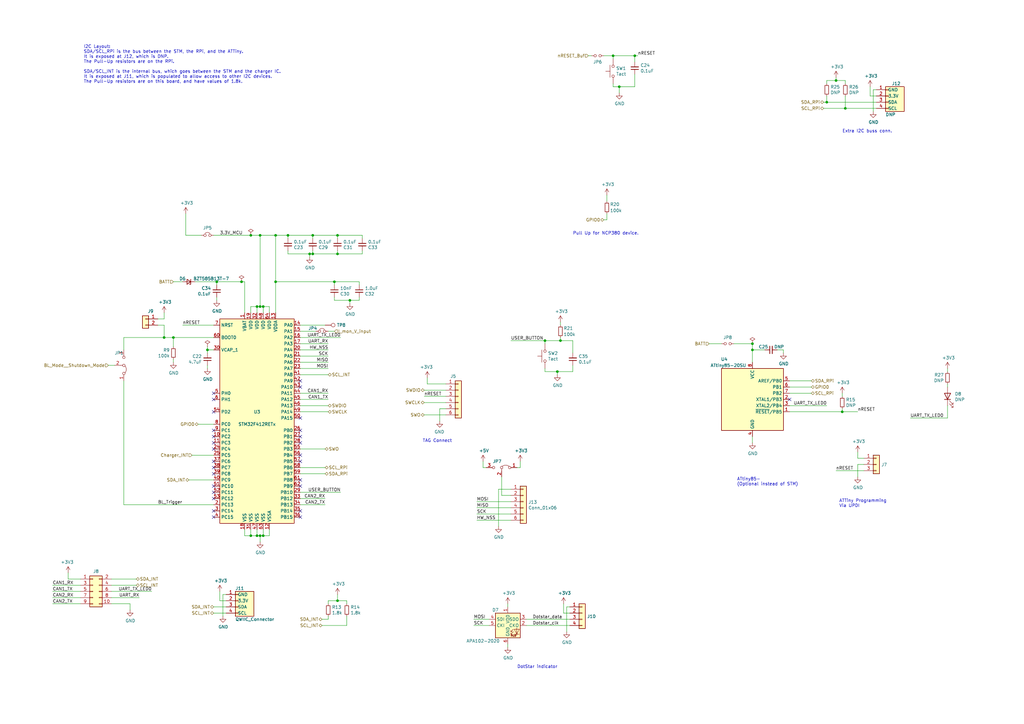
<source format=kicad_sch>
(kicad_sch (version 20210126) (generator eeschema)
  (paper "A3")
  (title_block (title "SuperPower-Leto") (date "2021-01-28") (rev "0.1") (company "SuperPower Team") (comment 1 "Drawn By: Seth Kazarians"))
  (junction (at 67.31 138.43) (diameter 0.9144))
  (junction (at 71.12 138.43) (diameter 0.9144))
  (junction (at 85.09 143.51) (diameter 0.9144))
  (junction (at 88.9 115.57) (diameter 0.9144))
  (junction (at 99.06 115.57) (diameter 0.9144))
  (junction (at 102.87 96.52) (diameter 0.9144))
  (junction (at 102.87 219.71) (diameter 0.9144))
  (junction (at 105.41 125.73) (diameter 0.9144))
  (junction (at 105.41 219.71) (diameter 0.9144))
  (junction (at 106.68 96.52) (diameter 0.9144))
  (junction (at 106.68 125.73) (diameter 0.9144))
  (junction (at 106.68 219.71) (diameter 0.9144))
  (junction (at 107.95 125.73) (diameter 0.9144))
  (junction (at 107.95 219.71) (diameter 0.9144))
  (junction (at 113.03 96.52) (diameter 0.9144))
  (junction (at 113.03 115.57) (diameter 0.9144))
  (junction (at 118.11 96.52) (diameter 0.9144))
  (junction (at 127 104.14) (diameter 0.9144))
  (junction (at 128.27 96.52) (diameter 0.9144))
  (junction (at 128.27 104.14) (diameter 0.9144))
  (junction (at 137.16 115.57) (diameter 0.9144))
  (junction (at 138.43 96.52) (diameter 0.9144))
  (junction (at 138.43 104.14) (diameter 0.9144))
  (junction (at 138.43 246.38) (diameter 0.9144))
  (junction (at 143.51 123.19) (diameter 0.9144))
  (junction (at 223.52 139.7) (diameter 0.9144))
  (junction (at 228.6 152.4) (diameter 0.9144))
  (junction (at 229.87 139.7) (diameter 0.9144))
  (junction (at 251.46 22.86) (diameter 0.9144))
  (junction (at 254 35.56) (diameter 0.9144))
  (junction (at 260.35 22.86) (diameter 0.9144))
  (junction (at 308.61 140.97) (diameter 0.9144))
  (junction (at 308.61 143.51) (diameter 0.9144))
  (junction (at 339.09 41.91) (diameter 0.9144))
  (junction (at 342.9 33.02) (diameter 0.9144))
  (junction (at 345.44 168.91) (diameter 0.9144))
  (junction (at 346.71 44.45) (diameter 0.9144))
  (no_connect (at 87.63 161.29))
  (no_connect (at 87.63 163.83))
  (no_connect (at 87.63 168.91))
  (no_connect (at 87.63 176.53))
  (no_connect (at 87.63 179.07))
  (no_connect (at 87.63 181.61))
  (no_connect (at 87.63 184.15))
  (no_connect (at 87.63 189.23))
  (no_connect (at 87.63 191.77))
  (no_connect (at 87.63 194.31))
  (no_connect (at 87.63 199.39))
  (no_connect (at 87.63 201.93))
  (no_connect (at 87.63 204.47))
  (no_connect (at 87.63 209.55))
  (no_connect (at 87.63 212.09))
  (no_connect (at 123.19 156.21))
  (no_connect (at 123.19 158.75))
  (no_connect (at 123.19 171.45))
  (no_connect (at 123.19 176.53))
  (no_connect (at 123.19 179.07))
  (no_connect (at 123.19 181.61))
  (no_connect (at 123.19 186.69))
  (no_connect (at 123.19 189.23))
  (no_connect (at 123.19 196.85))
  (no_connect (at 123.19 199.39))
  (no_connect (at 123.19 209.55))
  (no_connect (at 123.19 212.09))
  (no_connect (at 323.85 163.83))
  (wire (pts (xy 21.59 240.03) (xy 33.02 240.03)))
  (wire (pts (xy 21.59 245.11) (xy 33.02 245.11)))
  (wire (pts (xy 21.59 247.65) (xy 33.02 247.65)))
  (wire (pts (xy 27.94 234.95) (xy 27.94 237.49)))
  (wire (pts (xy 27.94 237.49) (xy 33.02 237.49)))
  (wire (pts (xy 33.02 242.57) (xy 21.59 242.57)))
  (wire (pts (xy 45.72 240.03) (xy 55.88 240.03)))
  (wire (pts (xy 45.72 242.57) (xy 62.23 242.57)))
  (wire (pts (xy 45.72 245.11) (xy 57.15 245.11)))
  (wire (pts (xy 46.99 149.86) (xy 44.45 149.86)))
  (wire (pts (xy 50.8 138.43) (xy 67.31 138.43)))
  (wire (pts (xy 50.8 143.51) (xy 50.8 138.43)))
  (wire (pts (xy 50.8 207.01) (xy 50.8 156.21)))
  (wire (pts (xy 50.8 207.01) (xy 87.63 207.01)))
  (wire (pts (xy 53.34 247.65) (xy 45.72 247.65)))
  (wire (pts (xy 53.34 250.19) (xy 53.34 247.65)))
  (wire (pts (xy 55.88 237.49) (xy 45.72 237.49)))
  (wire (pts (xy 64.77 130.81) (xy 67.31 130.81)))
  (wire (pts (xy 64.77 133.35) (xy 67.31 133.35)))
  (wire (pts (xy 67.31 130.81) (xy 67.31 128.27)))
  (wire (pts (xy 67.31 133.35) (xy 67.31 138.43)))
  (wire (pts (xy 67.31 138.43) (xy 71.12 138.43)))
  (wire (pts (xy 71.12 115.57) (xy 74.93 115.57)))
  (wire (pts (xy 71.12 138.43) (xy 87.63 138.43)))
  (wire (pts (xy 71.12 142.24) (xy 71.12 138.43)))
  (wire (pts (xy 71.12 148.59) (xy 71.12 147.32)))
  (wire (pts (xy 76.2 96.52) (xy 76.2 87.63)))
  (wire (pts (xy 77.47 196.85) (xy 87.63 196.85)))
  (wire (pts (xy 78.74 186.69) (xy 87.63 186.69)))
  (wire (pts (xy 80.01 115.57) (xy 88.9 115.57)))
  (wire (pts (xy 81.28 173.99) (xy 87.63 173.99)))
  (wire (pts (xy 82.55 96.52) (xy 76.2 96.52)))
  (wire (pts (xy 85.09 142.24) (xy 85.09 143.51)))
  (wire (pts (xy 85.09 143.51) (xy 87.63 143.51)))
  (wire (pts (xy 85.09 144.78) (xy 85.09 143.51)))
  (wire (pts (xy 85.09 151.13) (xy 85.09 149.86)))
  (wire (pts (xy 87.63 96.52) (xy 102.87 96.52)))
  (wire (pts (xy 87.63 133.35) (xy 74.93 133.35)))
  (wire (pts (xy 87.63 248.92) (xy 92.71 248.92)))
  (wire (pts (xy 88.9 115.57) (xy 88.9 116.84)))
  (wire (pts (xy 88.9 123.19) (xy 88.9 121.92)))
  (wire (pts (xy 90.17 242.57) (xy 90.17 246.38)))
  (wire (pts (xy 90.17 246.38) (xy 92.71 246.38)))
  (wire (pts (xy 91.44 243.84) (xy 92.71 243.84)))
  (wire (pts (xy 91.44 252.73) (xy 91.44 243.84)))
  (wire (pts (xy 92.71 251.46) (xy 87.63 251.46)))
  (wire (pts (xy 99.06 115.57) (xy 88.9 115.57)))
  (wire (pts (xy 100.33 115.57) (xy 99.06 115.57)))
  (wire (pts (xy 100.33 115.57) (xy 100.33 128.27)))
  (wire (pts (xy 100.33 219.71) (xy 100.33 217.17)))
  (wire (pts (xy 102.87 96.52) (xy 106.68 96.52)))
  (wire (pts (xy 102.87 125.73) (xy 105.41 125.73)))
  (wire (pts (xy 102.87 128.27) (xy 102.87 125.73)))
  (wire (pts (xy 102.87 217.17) (xy 102.87 219.71)))
  (wire (pts (xy 102.87 219.71) (xy 100.33 219.71)))
  (wire (pts (xy 105.41 125.73) (xy 106.68 125.73)))
  (wire (pts (xy 105.41 128.27) (xy 105.41 125.73)))
  (wire (pts (xy 105.41 219.71) (xy 102.87 219.71)))
  (wire (pts (xy 105.41 219.71) (xy 105.41 217.17)))
  (wire (pts (xy 106.68 96.52) (xy 106.68 125.73)))
  (wire (pts (xy 106.68 96.52) (xy 113.03 96.52)))
  (wire (pts (xy 106.68 125.73) (xy 107.95 125.73)))
  (wire (pts (xy 106.68 219.71) (xy 105.41 219.71)))
  (wire (pts (xy 106.68 222.25) (xy 106.68 219.71)))
  (wire (pts (xy 107.95 125.73) (xy 110.49 125.73)))
  (wire (pts (xy 107.95 128.27) (xy 107.95 125.73)))
  (wire (pts (xy 107.95 217.17) (xy 107.95 219.71)))
  (wire (pts (xy 107.95 219.71) (xy 106.68 219.71)))
  (wire (pts (xy 110.49 125.73) (xy 110.49 128.27)))
  (wire (pts (xy 110.49 217.17) (xy 110.49 219.71)))
  (wire (pts (xy 110.49 219.71) (xy 107.95 219.71)))
  (wire (pts (xy 113.03 96.52) (xy 113.03 115.57)))
  (wire (pts (xy 113.03 96.52) (xy 118.11 96.52)))
  (wire (pts (xy 113.03 115.57) (xy 113.03 128.27)))
  (wire (pts (xy 113.03 115.57) (xy 137.16 115.57)))
  (wire (pts (xy 118.11 96.52) (xy 118.11 97.79)))
  (wire (pts (xy 118.11 102.87) (xy 118.11 104.14)))
  (wire (pts (xy 118.11 104.14) (xy 127 104.14)))
  (wire (pts (xy 123.19 138.43) (xy 139.7 138.43)))
  (wire (pts (xy 123.19 140.97) (xy 134.62 140.97)))
  (wire (pts (xy 123.19 143.51) (xy 134.62 143.51)))
  (wire (pts (xy 123.19 146.05) (xy 134.62 146.05)))
  (wire (pts (xy 123.19 151.13) (xy 134.62 151.13)))
  (wire (pts (xy 123.19 153.67) (xy 134.62 153.67)))
  (wire (pts (xy 123.19 163.83) (xy 134.62 163.83)))
  (wire (pts (xy 123.19 166.37) (xy 134.62 166.37)))
  (wire (pts (xy 123.19 184.15) (xy 133.35 184.15)))
  (wire (pts (xy 123.19 194.31) (xy 133.35 194.31)))
  (wire (pts (xy 123.19 201.93) (xy 139.7 201.93)))
  (wire (pts (xy 127 104.14) (xy 128.27 104.14)))
  (wire (pts (xy 127 105.41) (xy 127 104.14)))
  (wire (pts (xy 128.27 96.52) (xy 118.11 96.52)))
  (wire (pts (xy 128.27 97.79) (xy 128.27 96.52)))
  (wire (pts (xy 128.27 104.14) (xy 128.27 102.87)))
  (wire (pts (xy 128.27 104.14) (xy 138.43 104.14)))
  (wire (pts (xy 129.54 135.89) (xy 123.19 135.89)))
  (wire (pts (xy 132.08 254) (xy 134.62 254)))
  (wire (pts (xy 132.08 256.54) (xy 142.24 256.54)))
  (wire (pts (xy 133.35 133.35) (xy 123.19 133.35)))
  (wire (pts (xy 133.35 191.77) (xy 123.19 191.77)))
  (wire (pts (xy 133.35 204.47) (xy 123.19 204.47)))
  (wire (pts (xy 133.35 207.01) (xy 123.19 207.01)))
  (wire (pts (xy 134.62 135.89) (xy 137.16 135.89)))
  (wire (pts (xy 134.62 148.59) (xy 123.19 148.59)))
  (wire (pts (xy 134.62 161.29) (xy 123.19 161.29)))
  (wire (pts (xy 134.62 168.91) (xy 123.19 168.91)))
  (wire (pts (xy 134.62 246.38) (xy 138.43 246.38)))
  (wire (pts (xy 134.62 247.65) (xy 134.62 246.38)))
  (wire (pts (xy 134.62 254) (xy 134.62 252.73)))
  (wire (pts (xy 137.16 115.57) (xy 147.32 115.57)))
  (wire (pts (xy 137.16 116.84) (xy 137.16 115.57)))
  (wire (pts (xy 137.16 121.92) (xy 137.16 123.19)))
  (wire (pts (xy 137.16 123.19) (xy 143.51 123.19)))
  (wire (pts (xy 138.43 96.52) (xy 128.27 96.52)))
  (wire (pts (xy 138.43 97.79) (xy 138.43 96.52)))
  (wire (pts (xy 138.43 104.14) (xy 138.43 102.87)))
  (wire (pts (xy 138.43 104.14) (xy 148.59 104.14)))
  (wire (pts (xy 138.43 246.38) (xy 138.43 243.84)))
  (wire (pts (xy 138.43 246.38) (xy 142.24 246.38)))
  (wire (pts (xy 142.24 246.38) (xy 142.24 247.65)))
  (wire (pts (xy 142.24 252.73) (xy 142.24 256.54)))
  (wire (pts (xy 143.51 123.19) (xy 147.32 123.19)))
  (wire (pts (xy 143.51 124.46) (xy 143.51 123.19)))
  (wire (pts (xy 147.32 115.57) (xy 147.32 116.84)))
  (wire (pts (xy 147.32 123.19) (xy 147.32 121.92)))
  (wire (pts (xy 148.59 96.52) (xy 138.43 96.52)))
  (wire (pts (xy 148.59 97.79) (xy 148.59 96.52)))
  (wire (pts (xy 148.59 104.14) (xy 148.59 102.87)))
  (wire (pts (xy 173.99 165.1) (xy 182.88 165.1)))
  (wire (pts (xy 173.99 170.18) (xy 182.88 170.18)))
  (wire (pts (xy 175.26 157.48) (xy 175.26 154.94)))
  (wire (pts (xy 180.34 167.64) (xy 180.34 172.72)))
  (wire (pts (xy 182.88 157.48) (xy 175.26 157.48)))
  (wire (pts (xy 182.88 160.02) (xy 173.99 160.02)))
  (wire (pts (xy 182.88 162.56) (xy 173.99 162.56)))
  (wire (pts (xy 182.88 167.64) (xy 180.34 167.64)))
  (wire (pts (xy 194.31 254) (xy 200.66 254)))
  (wire (pts (xy 194.31 256.54) (xy 200.66 256.54)))
  (wire (pts (xy 195.58 205.74) (xy 209.55 205.74)))
  (wire (pts (xy 195.58 208.28) (xy 209.55 208.28)))
  (wire (pts (xy 198.12 189.23) (xy 198.12 191.77)))
  (wire (pts (xy 198.12 191.77) (xy 199.39 191.77)))
  (wire (pts (xy 204.47 200.66) (xy 209.55 200.66)))
  (wire (pts (xy 204.47 215.9) (xy 204.47 200.66)))
  (wire (pts (xy 205.74 195.58) (xy 205.74 203.2)))
  (wire (pts (xy 205.74 203.2) (xy 209.55 203.2)))
  (wire (pts (xy 208.28 247.65) (xy 208.28 248.92)))
  (wire (pts (xy 208.28 265.43) (xy 208.28 264.16)))
  (wire (pts (xy 209.55 139.7) (xy 223.52 139.7)))
  (wire (pts (xy 209.55 210.82) (xy 195.58 210.82)))
  (wire (pts (xy 209.55 213.36) (xy 195.58 213.36)))
  (wire (pts (xy 212.09 191.77) (xy 213.36 191.77)))
  (wire (pts (xy 213.36 191.77) (xy 213.36 189.23)))
  (wire (pts (xy 215.9 254) (xy 233.68 254)))
  (wire (pts (xy 223.52 139.7) (xy 229.87 139.7)))
  (wire (pts (xy 223.52 140.97) (xy 223.52 139.7)))
  (wire (pts (xy 223.52 152.4) (xy 223.52 151.13)))
  (wire (pts (xy 228.6 152.4) (xy 223.52 152.4)))
  (wire (pts (xy 228.6 152.4) (xy 234.95 152.4)))
  (wire (pts (xy 228.6 153.67) (xy 228.6 152.4)))
  (wire (pts (xy 229.87 132.08) (xy 229.87 133.35)))
  (wire (pts (xy 229.87 138.43) (xy 229.87 139.7)))
  (wire (pts (xy 229.87 139.7) (xy 234.95 139.7)))
  (wire (pts (xy 231.14 251.46) (xy 231.14 247.65)))
  (wire (pts (xy 232.41 248.92) (xy 233.68 248.92)))
  (wire (pts (xy 232.41 259.08) (xy 232.41 248.92)))
  (wire (pts (xy 233.68 251.46) (xy 231.14 251.46)))
  (wire (pts (xy 233.68 256.54) (xy 215.9 256.54)))
  (wire (pts (xy 234.95 139.7) (xy 234.95 144.78)))
  (wire (pts (xy 234.95 152.4) (xy 234.95 149.86)))
  (wire (pts (xy 241.3 22.86) (xy 242.57 22.86)))
  (wire (pts (xy 247.65 22.86) (xy 251.46 22.86)))
  (wire (pts (xy 247.65 90.17) (xy 248.92 90.17)))
  (wire (pts (xy 248.92 82.55) (xy 248.92 80.01)))
  (wire (pts (xy 248.92 90.17) (xy 248.92 87.63)))
  (wire (pts (xy 251.46 22.86) (xy 251.46 24.13)))
  (wire (pts (xy 251.46 35.56) (xy 251.46 34.29)))
  (wire (pts (xy 254 35.56) (xy 251.46 35.56)))
  (wire (pts (xy 254 35.56) (xy 260.35 35.56)))
  (wire (pts (xy 254 38.1) (xy 254 35.56)))
  (wire (pts (xy 260.35 22.86) (xy 251.46 22.86)))
  (wire (pts (xy 260.35 25.4) (xy 260.35 22.86)))
  (wire (pts (xy 260.35 35.56) (xy 260.35 30.48)))
  (wire (pts (xy 261.62 22.86) (xy 260.35 22.86)))
  (wire (pts (xy 295.91 140.97) (xy 290.83 140.97)))
  (wire (pts (xy 300.99 140.97) (xy 308.61 140.97)))
  (wire (pts (xy 308.61 140.97) (xy 308.61 143.51)))
  (wire (pts (xy 308.61 143.51) (xy 308.61 148.59)))
  (wire (pts (xy 308.61 179.07) (xy 308.61 181.61)))
  (wire (pts (xy 313.69 143.51) (xy 308.61 143.51)))
  (wire (pts (xy 321.31 143.51) (xy 318.77 143.51)))
  (wire (pts (xy 321.31 144.78) (xy 321.31 143.51)))
  (wire (pts (xy 323.85 166.37) (xy 339.09 166.37)))
  (wire (pts (xy 323.85 168.91) (xy 345.44 168.91)))
  (wire (pts (xy 332.74 156.21) (xy 323.85 156.21)))
  (wire (pts (xy 332.74 158.75) (xy 323.85 158.75)))
  (wire (pts (xy 332.74 161.29) (xy 323.85 161.29)))
  (wire (pts (xy 337.82 44.45) (xy 346.71 44.45)))
  (wire (pts (xy 339.09 33.02) (xy 342.9 33.02)))
  (wire (pts (xy 339.09 34.29) (xy 339.09 33.02)))
  (wire (pts (xy 339.09 39.37) (xy 339.09 41.91)))
  (wire (pts (xy 339.09 41.91) (xy 337.82 41.91)))
  (wire (pts (xy 342.9 33.02) (xy 342.9 31.75)))
  (wire (pts (xy 342.9 33.02) (xy 346.71 33.02)))
  (wire (pts (xy 345.44 162.56) (xy 345.44 161.29)))
  (wire (pts (xy 345.44 168.91) (xy 345.44 167.64)))
  (wire (pts (xy 345.44 168.91) (xy 351.79 168.91)))
  (wire (pts (xy 346.71 33.02) (xy 346.71 34.29)))
  (wire (pts (xy 346.71 39.37) (xy 346.71 44.45)))
  (wire (pts (xy 346.71 44.45) (xy 359.41 44.45)))
  (wire (pts (xy 351.79 187.96) (xy 351.79 185.42)))
  (wire (pts (xy 351.79 190.5) (xy 354.33 190.5)))
  (wire (pts (xy 351.79 195.58) (xy 351.79 190.5)))
  (wire (pts (xy 354.33 187.96) (xy 351.79 187.96)))
  (wire (pts (xy 354.33 193.04) (xy 342.9 193.04)))
  (wire (pts (xy 356.87 35.56) (xy 356.87 39.37)))
  (wire (pts (xy 356.87 39.37) (xy 359.41 39.37)))
  (wire (pts (xy 358.14 36.83) (xy 359.41 36.83)))
  (wire (pts (xy 358.14 45.72) (xy 358.14 36.83)))
  (wire (pts (xy 359.41 41.91) (xy 339.09 41.91)))
  (wire (pts (xy 373.38 171.45) (xy 388.62 171.45)))
  (wire (pts (xy 388.62 152.4) (xy 388.62 151.13)))
  (wire (pts (xy 388.62 158.75) (xy 388.62 157.48)))
  (wire (pts (xy 388.62 171.45) (xy 388.62 166.37)))
  (text "I2C Layout:\nSDA/SCL_RPi is the bus between the STM, the RPi, and the ATTiny.  \nIt is exposed at J12, which is DNP.\nThe Pull-Up resistors are on the RPi.\n\nSDA/SCL_INT is the internal bus, which goes between the STM and the charger IC.\nIt is exposed at J11, which is populated to allow access to other I2C devices.\nThe Pull-Up resistors are on this board, and have values of 1.8k." (at 34.29 34.29 0) (effects (font (size 1.27 1.27)) (justify left bottom)))
  (text "TAG Connect" (at 185.42 181.61 180) (effects (font (size 1.27 1.27)) (justify right bottom)))
  (text "DotStar indicator" (at 212.09 274.32 0) (effects (font (size 1.27 1.27)) (justify left bottom)))
  (text "Pull Up for NCP380 device." (at 234.95 96.52 0) (effects (font (size 1.27 1.27)) (justify left bottom)))
  (text "ATtiny85-\n(Optional instead of STM)" (at 302.26 199.39 0) (effects (font (size 1.27 1.27)) (justify left bottom)))
  (text "ATTiny Programming\nVia UPDI" (at 344.17 208.28 0) (effects (font (size 1.27 1.27)) (justify left bottom)))
  (text "Extra I2C buss conn." (at 345.44 54.61 0) (effects (font (size 1.27 1.27)) (justify left bottom)))
  (label "CAN1_RX" (at 21.59 240.03 0))
  (label "CAN1_TX" (at 21.59 242.57 0))
  (label "CAN2_RX" (at 21.59 245.11 0))
  (label "CAN2_TX" (at 21.59 247.65 0))
  (label "UART_RX" (at 57.15 245.11 180))
  (label "UART_TX_LED0" (at 62.23 242.57 180))
  (label "BL_Trigger" (at 64.77 207.01 0))
  (label "nRESET" (at 74.93 133.35 0))
  (label "3.3V_MCU" (at 90.17 96.52 0))
  (label "CAN2_RX" (at 133.35 204.47 180))
  (label "CAN2_TX" (at 133.35 207.01 180))
  (label "UART_RX" (at 134.62 140.97 180))
  (label "HW_NSS" (at 134.62 143.51 180))
  (label "SCK" (at 134.62 146.05 180))
  (label "MISO" (at 134.62 148.59 180))
  (label "MOSI" (at 134.62 151.13 180))
  (label "CAN1_RX" (at 134.62 161.29 180))
  (label "CAN1_TX" (at 134.62 163.83 180))
  (label "UART_TX_LED0" (at 139.7 138.43 180))
  (label "USER_BUTTON" (at 139.7 201.93 180))
  (label "nRESET" (at 173.99 162.56 0))
  (label "MOSI" (at 194.31 254 0))
  (label "SCK" (at 194.31 256.54 0))
  (label "MOSI" (at 195.58 205.74 0))
  (label "MISO" (at 195.58 208.28 0))
  (label "SCK" (at 195.58 210.82 0))
  (label "HW_NSS" (at 195.58 213.36 0))
  (label "USER_BUTTON" (at 209.55 139.7 0))
  (label "Dotstar_data" (at 218.44 254 0))
  (label "Dotstar_clk" (at 218.44 256.54 0))
  (label "nRESET" (at 261.62 22.86 0))
  (label "UART_TX_LED0" (at 339.09 166.37 180))
  (label "nRESET" (at 342.9 193.04 0))
  (label "nRESET" (at 351.79 168.91 0))
  (label "UART_TX_LED0" (at 373.38 171.45 0))
  (hierarchical_label "BL_Mode__Shutdown_Mode" (shape input) (at 44.45 149.86 180))
  (hierarchical_label "SDA_INT" (shape bidirectional) (at 55.88 237.49 0))
  (hierarchical_label "SCL_INT" (shape bidirectional) (at 55.88 240.03 0))
  (hierarchical_label "BATT" (shape input) (at 71.12 115.57 180))
  (hierarchical_label "SDA_INT" (shape bidirectional) (at 77.47 196.85 180))
  (hierarchical_label "Charger_INT" (shape input) (at 78.74 186.69 180))
  (hierarchical_label "GPIO0" (shape bidirectional) (at 81.28 173.99 180))
  (hierarchical_label "SDA_INT" (shape bidirectional) (at 87.63 248.92 180))
  (hierarchical_label "SCL_INT" (shape bidirectional) (at 87.63 251.46 180))
  (hierarchical_label "SDA_INT" (shape bidirectional) (at 132.08 254 180))
  (hierarchical_label "SCL_INT" (shape bidirectional) (at 132.08 256.54 180))
  (hierarchical_label "SWO" (shape bidirectional) (at 133.35 184.15 0))
  (hierarchical_label "SCL_RPi" (shape bidirectional) (at 133.35 191.77 0))
  (hierarchical_label "SDA_RPi" (shape bidirectional) (at 133.35 194.31 0))
  (hierarchical_label "SCL_INT" (shape bidirectional) (at 134.62 153.67 0))
  (hierarchical_label "SWDIO" (shape bidirectional) (at 134.62 166.37 0))
  (hierarchical_label "SWCLK" (shape bidirectional) (at 134.62 168.91 0))
  (hierarchical_label "I_mon_V_input" (shape input) (at 137.16 135.89 0))
  (hierarchical_label "SWDIO" (shape bidirectional) (at 173.99 160.02 180))
  (hierarchical_label "SWCLK" (shape bidirectional) (at 173.99 165.1 180))
  (hierarchical_label "SWO" (shape bidirectional) (at 173.99 170.18 180))
  (hierarchical_label "nRESET_Buf" (shape input) (at 241.3 22.86 180))
  (hierarchical_label "GPIO0" (shape bidirectional) (at 247.65 90.17 180))
  (hierarchical_label "BATT" (shape input) (at 290.83 140.97 180))
  (hierarchical_label "SDA_RPi" (shape bidirectional) (at 332.74 156.21 0))
  (hierarchical_label "GPIO0" (shape bidirectional) (at 332.74 158.75 0))
  (hierarchical_label "SCL_RPi" (shape bidirectional) (at 332.74 161.29 0))
  (hierarchical_label "SDA_RPi" (shape bidirectional) (at 337.82 41.91 180))
  (hierarchical_label "SCL_RPi" (shape bidirectional) (at 337.82 44.45 180))
  (symbol (lib_id "power:PWR_FLAG") (at 85.09 142.24 0) (unit 1)
    (property "Reference" "#FLG0108" (effects hide))
    (property "Value" "PWR_FLAG" (effects hide))
  )
  (symbol (lib_id "power:PWR_FLAG") (at 99.06 115.57 0) (unit 1)
    (property "Reference" "#FLG0103" (effects hide))
    (property "Value" "PWR_FLAG" (effects hide))
  )
  (symbol (lib_id "power:PWR_FLAG") (at 102.87 96.52 0) (unit 1)
    (property "Reference" "#FLG0107" (effects hide))
    (property "Value" "PWR_FLAG" (effects hide))
  )
  (symbol (lib_id "power:PWR_FLAG") (at 308.61 140.97 0) (unit 1)
    (property "Reference" "#FLG0110" (effects hide))
    (property "Value" "PWR_FLAG" (effects hide))
  )
  (symbol (lib_id "Device:Jumper_NO_Small") (at 245.11 22.86 0)
    (property "Reference" "JP6" (at 245.11 25.4 0))
    (property "Value" "Jumper_NO_Small" (effects hide))
    (property "Footprint" "Jumper:SolderJumper-2_P1.3mm_Open_Pad1.0x1.5mm" (effects hide))
    (property "Mfg" "DNP" (effects hide))
  )
  (symbol (lib_id "Device:Jumper_NO_Small") (at 298.45 140.97 0) (mirror y)
    (property "Reference" "JP8" (at 298.45 138.43 0))
    (property "Value" "Jumper_NO_Small" (effects hide))
    (property "Footprint" "Jumper:SolderJumper-2_P1.3mm_Open_Pad1.0x1.5mm" (effects hide))
    (property "Mfg" "DNP" (effects hide))
  )
  (symbol (lib_id "Connector:TestPoint") (at 133.35 133.35 270)
    (property "Reference" "TP8" (at 138.1252 133.35 90) (effects (justify left)))
    (property "Value" "DNP" (effects hide))
    (property "Footprint" "TestPoint:TestPoint_Pad_1.0x1.0mm" (effects hide))
    (property "Mfg" "DNP" (effects hide))
  )
  (symbol (lib_id "power:+3.3V") (at 27.94 234.95 0) (mirror y) (unit 1)
    (property "Reference" "#PWR0112" (effects hide))
    (property "Value" "+3.3V" (at 27.559 230.5558 0))
  )
  (symbol (lib_id "power:+3.3V") (at 67.31 128.27 0) (unit 1)
    (property "Reference" "#PWR036" (effects hide))
    (property "Value" "+3.3V" (at 67.691 123.8758 0))
  )
  (symbol (lib_id "power:+3.3V") (at 76.2 87.63 0) (unit 1)
    (property "Reference" "#PWR022" (effects hide))
    (property "Value" "+3.3V" (at 76.581 83.2358 0))
  )
  (symbol (lib_id "power:+3.3V") (at 90.17 242.57 0) (unit 1)
    (property "Reference" "#PWR044" (effects hide))
    (property "Value" "+3.3V" (at 90.551 238.1758 0))
  )
  (symbol (lib_id "power:+3.3V") (at 138.43 243.84 0) (unit 1)
    (property "Reference" "#PWR017" (effects hide))
    (property "Value" "+3.3V" (at 138.811 239.4458 0))
  )
  (symbol (lib_id "power:+3.3V") (at 175.26 154.94 0) (mirror y) (unit 1)
    (property "Reference" "#PWR019" (effects hide))
    (property "Value" "+3.3V" (at 174.879 150.5458 0))
  )
  (symbol (lib_id "power:+5V") (at 198.12 189.23 0) (unit 1)
    (property "Reference" "#PWR049" (effects hide))
    (property "Value" "+5V" (at 198.501 184.8358 0))
  )
  (symbol (lib_id "power:+3.3V") (at 208.28 247.65 0) (unit 1)
    (property "Reference" "#PWR040" (effects hide))
    (property "Value" "+3.3V" (at 208.661 243.2558 0))
  )
  (symbol (lib_id "power:+3.3V") (at 213.36 189.23 0) (unit 1)
    (property "Reference" "#PWR038" (effects hide))
    (property "Value" "+3.3V" (at 213.741 184.8358 0))
  )
  (symbol (lib_id "power:+3.3V") (at 229.87 132.08 0) (unit 1)
    (property "Reference" "#PWR051" (effects hide))
    (property "Value" "+3.3V" (at 230.251 127.6858 0))
  )
  (symbol (lib_id "power:+3.3V") (at 231.14 247.65 0) (unit 1)
    (property "Reference" "#PWR042" (effects hide))
    (property "Value" "+3.3V" (at 231.521 243.2558 0))
  )
  (symbol (lib_id "power:+3.3V") (at 248.92 80.01 0) (unit 1)
    (property "Reference" "#PWR0115" (effects hide))
    (property "Value" "+3.3V" (at 249.301 75.6158 0))
  )
  (symbol (lib_id "power:+3.3V") (at 342.9 31.75 0) (unit 1)
    (property "Reference" "#PWR0114" (effects hide))
    (property "Value" "+3.3V" (at 343.281 27.3558 0))
  )
  (symbol (lib_id "power:+3.3V") (at 345.44 161.29 0) (unit 1)
    (property "Reference" "#PWR027" (effects hide))
    (property "Value" "+3.3V" (at 345.821 156.8958 0))
  )
  (symbol (lib_id "power:+3.3V") (at 351.79 185.42 0) (unit 1)
    (property "Reference" "#PWR030" (effects hide))
    (property "Value" "+3.3V" (at 352.171 181.0258 0))
  )
  (symbol (lib_id "power:+3.3V") (at 356.87 35.56 0) (unit 1)
    (property "Reference" "#PWR046" (effects hide))
    (property "Value" "+3.3V" (at 357.251 31.1658 0))
  )
  (symbol (lib_id "power:+3.3V") (at 388.62 151.13 0) (unit 1)
    (property "Reference" "#PWR033" (effects hide))
    (property "Value" "+3.3V" (at 389.001 146.7358 0))
  )
  (symbol (lib_id "power:GND") (at 53.34 250.19 0) (unit 1)
    (property "Reference" "#PWR0111" (effects hide))
    (property "Value" "GND" (at 53.467 254.5842 0))
  )
  (symbol (lib_id "power:GND") (at 71.12 148.59 0) (unit 1)
    (property "Reference" "#PWR032" (effects hide))
    (property "Value" "GND" (at 71.247 152.9842 0))
  )
  (symbol (lib_id "power:GND") (at 85.09 151.13 0) (unit 1)
    (property "Reference" "#PWR021" (effects hide))
    (property "Value" "GND" (at 85.217 155.5242 0))
  )
  (symbol (lib_id "power:GND") (at 88.9 123.19 0) (unit 1)
    (property "Reference" "#PWR0113" (effects hide))
    (property "Value" "GND" (at 89.027 127.5842 0))
  )
  (symbol (lib_id "power:GND") (at 91.44 252.73 0) (unit 1)
    (property "Reference" "#PWR045" (effects hide))
    (property "Value" "GND" (at 91.567 257.1242 0))
  )
  (symbol (lib_id "power:GND") (at 106.68 222.25 0) (unit 1)
    (property "Reference" "#PWR023" (effects hide))
    (property "Value" "GND" (at 106.807 226.6442 0))
  )
  (symbol (lib_id "power:GND") (at 127 105.41 0) (unit 1)
    (property "Reference" "#PWR034" (effects hide))
    (property "Value" "GND" (at 127.127 109.8042 0))
  )
  (symbol (lib_id "power:GND") (at 143.51 124.46 0) (unit 1)
    (property "Reference" "#PWR035" (effects hide))
    (property "Value" "GND" (at 143.637 128.8542 0))
  )
  (symbol (lib_id "power:GND") (at 180.34 172.72 0) (mirror y) (unit 1)
    (property "Reference" "#PWR018" (effects hide))
    (property "Value" "GND" (at 180.213 177.1142 0))
  )
  (symbol (lib_id "power:GND") (at 204.47 215.9 0) (unit 1)
    (property "Reference" "#PWR037" (effects hide))
    (property "Value" "GND" (at 204.597 220.2942 0))
  )
  (symbol (lib_id "power:GND") (at 208.28 265.43 0) (unit 1)
    (property "Reference" "#PWR041" (effects hide))
    (property "Value" "GND" (at 208.407 269.8242 0))
  )
  (symbol (lib_id "power:GND") (at 228.6 153.67 0) (unit 1)
    (property "Reference" "#PWR025" (effects hide))
    (property "Value" "GND" (at 228.727 158.0642 0))
  )
  (symbol (lib_id "power:GND") (at 232.41 259.08 0) (unit 1)
    (property "Reference" "#PWR043" (effects hide))
    (property "Value" "GND" (at 232.537 263.4742 0))
  )
  (symbol (lib_id "power:GND") (at 254 38.1 0) (unit 1)
    (property "Reference" "#PWR024" (effects hide))
    (property "Value" "GND" (at 254.127 42.4942 0))
  )
  (symbol (lib_id "power:GND") (at 308.61 181.61 0) (unit 1)
    (property "Reference" "#PWR026" (effects hide))
    (property "Value" "GND" (at 308.737 186.0042 0))
  )
  (symbol (lib_id "power:GND") (at 321.31 144.78 0) (unit 1)
    (property "Reference" "#PWR029" (effects hide))
    (property "Value" "GND" (at 321.437 149.1742 0))
  )
  (symbol (lib_id "power:GND") (at 351.79 195.58 0) (unit 1)
    (property "Reference" "#PWR031" (effects hide))
    (property "Value" "GND" (at 351.917 199.9742 0))
  )
  (symbol (lib_id "power:GND") (at 358.14 45.72 0) (unit 1)
    (property "Reference" "#PWR047" (effects hide))
    (property "Value" "GND" (at 358.267 50.1142 0))
  )
  (symbol (lib_id "Device:Jumper_NC_Small") (at 85.09 96.52 0)
    (property "Reference" "JP5" (at 85.09 93.4466 0))
    (property "Value" "Jumper_NC_Small" (effects hide))
    (property "Footprint" "SuperPower-RPi-KiCAD:PinHeader_1x02_P2.54mm_Vertical_Shorted" (effects hide))
    (property "Mfg" "DNP" (effects hide))
  )
  (symbol (lib_id "Device:Jumper_NC_Small") (at 132.08 135.89 0)
    (property "Reference" "JP4" (at 128.27 134.62 0))
    (property "Value" "NC" (effects hide))
    (property "Footprint" "Jumper:SolderJumper-2_P1.3mm_Bridged_Pad1.0x1.5mm" (effects hide))
    (property "Mfg" "DNP" (effects hide))
  )
  (symbol (lib_id "Device:R_Small") (at 71.12 144.78 0) (mirror y) (unit 1)
    (property "Reference" "R9" (at 69.6214 143.6116 0) (effects (justify left)))
    (property "Value" "100k" (at 69.6214 145.923 0) (effects (justify left)))
    (property "Footprint" "Resistor_SMD:R_0402_1005Metric" (effects hide))
    (property "Digi-Key PN" "311-100KLRCT-ND" (effects hide))
    (property "Mfg" "Yageo" (effects hide))
    (property "Mfg PN" "RC0402FR-07100KL" (effects hide))
  )
  (symbol (lib_id "Device:R_Small") (at 134.62 250.19 0) (unit 1)
    (property "Reference" "R13" (at 136.1186 249.0216 0) (effects (justify left)))
    (property "Value" "1.8k" (at 136.1186 251.333 0) (effects (justify left)))
    (property "Footprint" "Resistor_SMD:R_0603_1608Metric" (effects hide))
    (property "Digi-Key PN" "311-1.80KHRCT-ND" (effects hide))
    (property "Mfg" "Yageo" (effects hide))
    (property "Mfg PN" "RC0603FR-071K8L" (effects hide))
  )
  (symbol (lib_id "Device:R_Small") (at 142.24 250.19 0) (unit 1)
    (property "Reference" "R14" (at 143.7386 249.0216 0) (effects (justify left)))
    (property "Value" "1.8k" (at 143.7386 251.333 0) (effects (justify left)))
    (property "Footprint" "Resistor_SMD:R_0603_1608Metric" (effects hide))
    (property "Digi-Key PN" "311-1.80KHRCT-ND" (effects hide))
    (property "Mfg" "Yageo" (effects hide))
    (property "Mfg PN" "RC0603FR-071K8L" (effects hide))
  )
  (symbol (lib_id "Device:R_Small") (at 229.87 135.89 0) (mirror x)
    (property "Reference" "R21" (at 231.14 134.62 0) (effects (justify left)))
    (property "Value" "100k" (at 231.14 137.16 0) (effects (justify left)))
    (property "Footprint" "Resistor_SMD:R_0402_1005Metric" (effects hide))
    (property "Digi-Key PN" "311-100KLRCT-ND" (effects hide))
    (property "Mfg" "Yageo" (effects hide))
    (property "Mfg PN" "RC0402FR-07100KL" (effects hide))
  )
  (symbol (lib_id "Device:R_Small") (at 248.92 85.09 0) (mirror x)
    (property "Reference" "R20" (at 250.19 83.82 0) (effects (justify left)))
    (property "Value" "100k" (at 250.19 86.36 0) (effects (justify left)))
    (property "Footprint" "Resistor_SMD:R_0402_1005Metric" (effects hide))
    (property "Digi-Key PN" "311-100KLRCT-ND" (effects hide))
    (property "Mfg" "Yageo" (effects hide))
    (property "Mfg PN" "RC0402FR-07100KL" (effects hide))
  )
  (symbol (lib_id "Device:R_Small") (at 339.09 36.83 0) (unit 1)
    (property "Reference" "R25" (at 340.5886 35.6616 0) (effects (justify left)))
    (property "Value" "DNP" (at 340.5886 37.973 0) (effects (justify left)))
    (property "Footprint" "Resistor_SMD:R_0603_1608Metric" (effects hide))
    (property "Mfg" "DNP" (effects hide))
  )
  (symbol (lib_id "Device:R_Small") (at 345.44 165.1 0) (unit 1)
    (property "Reference" "R15" (at 346.9386 163.9316 0) (effects (justify left)))
    (property "Value" "DNP" (at 346.9386 166.243 0) (effects (justify left)))
    (property "Footprint" "Resistor_SMD:R_0603_1608Metric" (effects hide))
    (property "Mfg" "DNP" (effects hide))
  )
  (symbol (lib_id "Device:R_Small") (at 346.71 36.83 0) (unit 1)
    (property "Reference" "R26" (at 348.2086 35.6616 0) (effects (justify left)))
    (property "Value" "DNP" (at 348.2086 37.973 0) (effects (justify left)))
    (property "Footprint" "Resistor_SMD:R_0603_1608Metric" (effects hide))
    (property "Mfg" "DNP" (effects hide))
  )
  (symbol (lib_id "Device:R_Small") (at 388.62 154.94 0) (mirror x)
    (property "Reference" "R27" (at 387.1214 153.7716 0) (effects (justify right)))
    (property "Value" "DNP" (at 387.1214 156.083 0) (effects (justify right)))
    (property "Footprint" "Resistor_SMD:R_0603_1608Metric" (effects hide))
    (property "Mfg" "DNP" (effects hide))
  )
  (symbol (lib_id "Device:D_Zener_Small") (at 77.47 115.57 180)
    (property "Reference" "D6" (at 76.2 114.3 0) (effects (justify left)))
    (property "Value" "BZT585B13T-7" (at 93.98 114.3 0) (effects (justify left)))
    (property "Footprint" "Diode_SMD:D_SOD-523" (effects hide))
    (property "Datasheet" "https://www.diodes.com/assets/Datasheets/BZT585BxVxT.pdf" (effects hide))
    (property "Mfg" "Diodes Incorporated" (effects hide))
    (property "Digi-Key PN" "BZT585B13T-7DICT-ND" (effects hide))
    (property "Mfg PN" "BZT585B13T-7" (effects hide))
  )
  (symbol (lib_id "Device:C_Small") (at 85.09 147.32 0) (mirror x) (unit 1)
    (property "Reference" "C22" (at 82.7786 146.1516 0) (effects (justify right)))
    (property "Value" "4.7uF" (at 82.7786 148.463 0) (effects (justify right)))
    (property "Footprint" "Capacitor_SMD:C_0603_1608Metric" (effects hide))
    (property "Digi-Key PN" "1276-1900-1-ND" (effects hide))
    (property "Mfg" "Samsung" (effects hide))
    (property "Mfg PN" "CL10A475KA8NQNC" (effects hide))
  )
  (symbol (lib_id "Device:C_Small") (at 88.9 119.38 0) (mirror x) (unit 1)
    (property "Reference" "C34" (at 86.5632 118.2116 0) (effects (justify right)))
    (property "Value" "0.1uF" (at 86.5632 120.523 0) (effects (justify right)))
    (property "Footprint" "Capacitor_SMD:C_0402_1005Metric" (effects hide))
    (property "Digi-Key PN" "587-1456-1-ND" (effects hide))
    (property "Mfg" "Taiyo Yuden" (effects hide))
    (property "Mfg PN" "TMK105BJ104KV-F" (effects hide))
  )
  (symbol (lib_id "Device:C_Small") (at 118.11 100.33 0) (mirror y) (unit 1)
    (property "Reference" "C23" (at 120.4468 101.4984 0) (effects (justify right)))
    (property "Value" "0.1uF" (at 120.4468 99.187 0) (effects (justify right)))
    (property "Footprint" "Capacitor_SMD:C_0402_1005Metric" (effects hide))
    (property "Digi-Key PN" "587-1456-1-ND" (effects hide))
    (property "Mfg" "Taiyo Yuden" (effects hide))
    (property "Mfg PN" "TMK105BJ104KV-F" (effects hide))
  )
  (symbol (lib_id "Device:C_Small") (at 128.27 100.33 0) (mirror y) (unit 1)
    (property "Reference" "C29" (at 130.6068 101.4984 0) (effects (justify right)))
    (property "Value" "0.1uF" (at 130.6068 99.187 0) (effects (justify right)))
    (property "Footprint" "Capacitor_SMD:C_0402_1005Metric" (effects hide))
    (property "Digi-Key PN" "587-1456-1-ND" (effects hide))
    (property "Mfg" "Taiyo Yuden" (effects hide))
    (property "Mfg PN" "TMK105BJ104KV-F" (effects hide))
  )
  (symbol (lib_id "Device:C_Small") (at 137.16 119.38 0) (mirror y) (unit 1)
    (property "Reference" "C30" (at 139.4968 120.5484 0) (effects (justify right)))
    (property "Value" "10nF" (at 139.4968 118.237 0) (effects (justify right)))
    (property "Footprint" "Capacitor_SMD:C_0402_1005Metric" (effects hide))
    (property "Digi-Key PN" "490-4762-1-ND" (effects hide))
    (property "Mfg" "Murata" (effects hide))
    (property "Mfg PN" "GCM155R71H103KA55D" (effects hide))
  )
  (symbol (lib_id "Device:C_Small") (at 138.43 100.33 0) (mirror y) (unit 1)
    (property "Reference" "C31" (at 140.7668 101.4984 0) (effects (justify right)))
    (property "Value" "0.1uF" (at 140.7668 99.187 0) (effects (justify right)))
    (property "Footprint" "Capacitor_SMD:C_0402_1005Metric" (effects hide))
    (property "Digi-Key PN" "587-1456-1-ND" (effects hide))
    (property "Mfg" "Taiyo Yuden" (effects hide))
    (property "Mfg PN" "TMK105BJ104KV-F" (effects hide))
  )
  (symbol (lib_id "Device:C_Small") (at 147.32 119.38 0) (mirror y) (unit 1)
    (property "Reference" "C32" (at 149.6568 120.5484 0) (effects (justify right)))
    (property "Value" "1.0uF" (at 149.6568 118.237 0) (effects (justify right)))
    (property "Footprint" "Capacitor_SMD:C_0402_1005Metric" (effects hide))
    (property "Digi-Key PN" "490-10017-1-ND" (effects hide))
    (property "Mfg" "Murata Electronics" (effects hide))
    (property "Mfg PN" "GRM155R61E105KA12D" (effects hide))
  )
  (symbol (lib_id "Device:C_Small") (at 148.59 100.33 0) (mirror y) (unit 1)
    (property "Reference" "C33" (at 150.9268 101.4984 0) (effects (justify right)))
    (property "Value" "0.1uF" (at 150.9268 99.187 0) (effects (justify right)))
    (property "Footprint" "Capacitor_SMD:C_0402_1005Metric" (effects hide))
    (property "Digi-Key PN" "587-1456-1-ND" (effects hide))
    (property "Mfg" "Taiyo Yuden" (effects hide))
    (property "Mfg PN" "TMK105BJ104KV-F" (effects hide))
  )
  (symbol (lib_id "Device:C_Small") (at 234.95 147.32 180) (unit 1)
    (property "Reference" "C35" (at 237.2868 146.1516 0) (effects (justify right)))
    (property "Value" "0.1uF" (at 237.2868 148.463 0) (effects (justify right)))
    (property "Footprint" "Capacitor_SMD:C_0402_1005Metric" (effects hide))
    (property "Digi-Key PN" "587-1456-1-ND" (effects hide))
    (property "Mfg" "Taiyo Yuden" (effects hide))
    (property "Mfg PN" "TMK105BJ104KV-F" (effects hide))
  )
  (symbol (lib_id "Device:C_Small") (at 260.35 27.94 180) (unit 1)
    (property "Reference" "C24" (at 262.6868 26.7716 0) (effects (justify right)))
    (property "Value" "0.1uF" (at 262.6868 29.083 0) (effects (justify right)))
    (property "Footprint" "Capacitor_SMD:C_0402_1005Metric" (effects hide))
    (property "Digi-Key PN" "587-1456-1-ND" (effects hide))
    (property "Mfg" "Taiyo Yuden" (effects hide))
    (property "Mfg PN" "TMK105BJ104KV-F" (effects hide))
  )
  (symbol (lib_id "Device:C_Small") (at 316.23 143.51 90) (mirror x) (unit 1)
    (property "Reference" "C25" (at 311.15 142.24 90) (effects (justify right)))
    (property "Value" "DNP" (at 317.5 142.24 90) (effects (justify right)))
    (property "Footprint" "Capacitor_SMD:C_0603_1608Metric" (effects hide))
    (property "Mfg" "DNP" (effects hide))
  )
  (symbol (lib_id "Device:LED") (at 388.62 162.56 90)
    (property "Reference" "D8" (at 391.6172 161.5694 90) (effects (justify right)))
    (property "Value" "DNP" (at 391.6172 163.8808 90) (effects (justify right)))
    (property "Footprint" "LED_SMD:LED_0603_1608Metric" (effects hide))
    (property "Mfg" "DNP" (effects hide))
  )
  (symbol (lib_id "Connector_Generic:Conn_01x02") (at 59.69 130.81 0) (mirror y) (unit 1)
    (property "Reference" "J9" (at 61.7728 127.635 0))
    (property "Value" "Conn_01x02" (effects hide))
    (property "Footprint" "Connector_PinHeader_2.54mm:PinHeader_1x02_P2.54mm_Vertical" (effects hide))
    (property "Mfg" "DNP" (effects hide))
  )
  (symbol (lib_id "Switch:SW_Push") (at 223.52 146.05 90) (unit 1)
    (property "Reference" "SW2" (at 224.7392 144.8816 90) (effects (justify right)))
    (property "Value" "Tact" (at 224.7392 147.193 90) (effects (justify right)))
    (property "Footprint" "Button_Switch_SMD:SW_Push_1P1T-SH_NO_CK_KMR2xxG" (effects hide))
    (property "Digi-Key PN" "401-1427-1-ND" (effects hide))
    (property "Mfg" "C&K" (effects hide))
    (property "Mfg PN" "KMR221GLFS" (effects hide))
  )
  (symbol (lib_id "Switch:SW_Push") (at 251.46 29.21 90) (unit 1)
    (property "Reference" "SW1" (at 252.6792 28.0416 90) (effects (justify right)))
    (property "Value" "Tact" (at 252.6792 30.353 90) (effects (justify right)))
    (property "Footprint" "Button_Switch_SMD:SW_Push_1P1T-SH_NO_CK_KMR2xxG" (effects hide))
    (property "Digi-Key PN" "401-1427-1-ND" (effects hide))
    (property "Mfg" "C&K" (effects hide))
    (property "Mfg PN" "KMR221GLFS" (effects hide))
  )
  (symbol (lib_id "Connector_Generic:Conn_01x03") (at 359.41 190.5 0) (unit 1)
    (property "Reference" "J7" (at 361.442 190.6016 0) (effects (justify left)))
    (property "Value" "Conn_01x03" (effects hide))
    (property "Footprint" "Connector_PinHeader_2.54mm:PinHeader_1x03_P2.54mm_Vertical" (effects hide))
    (property "Mfg" "DNP" (effects hide))
  )
  (symbol (lib_id "Jumper:Jumper_3_Bridged12") (at 50.8 149.86 270) (mirror x) (unit 1)
    (property "Reference" "JP1" (at 46.99 144.78 90) (effects (justify left)))
    (property "Value" "DNP" (effects hide))
    (property "Footprint" "Jumper:SolderJumper-3_P1.3mm_Bridged12_RoundedPad1.0x1.5mm_NumberLabels" (effects hide))
    (property "Mfg" "DNP" (effects hide))
  )
  (symbol (lib_id "Jumper:Jumper_3_Bridged12") (at 205.74 191.77 0) (mirror y) (unit 1)
    (property "Reference" "JP7" (at 205.74 189.23 0) (effects (justify left)))
    (property "Value" "DNP" (effects hide))
    (property "Footprint" "Jumper:SolderJumper-3_P1.3mm_Bridged12_RoundedPad1.0x1.5mm_NumberLabels" (effects hide))
    (property "Mfg" "DNP" (effects hide))
  )
  (symbol (lib_id "Connector_Generic:Conn_01x04") (at 238.76 251.46 0) (unit 1)
    (property "Reference" "J10" (at 240.792 252.8316 0) (effects (justify left)))
    (property "Value" "Conn_01x04" (effects hide))
    (property "Footprint" "Connector_PinHeader_2.54mm:PinHeader_1x04_P2.54mm_Vertical" (effects hide))
    (property "Mfg" "DNP" (effects hide))
  )
  (symbol (lib_id "Connector_Generic:Conn_01x06") (at 187.96 162.56 0) (unit 1)
    (property "Reference" "J5" (at 185.8772 154.305 0))
    (property "Value" "DNP" (effects hide))
    (property "Footprint" "Connector:Tag-Connect_TC2030-IDC-NL_2x03_P1.27mm_Vertical" (effects hide))
    (property "Mfg" "DNP" (effects hide))
    (property "Mfg PN" "DNP" (effects hide))
  )
  (symbol (lib_id "Connector_Generic:Conn_01x06") (at 214.63 205.74 0) (unit 1)
    (property "Reference" "J13" (at 216.662 205.9432 0) (effects (justify left)))
    (property "Value" "Conn_01x06" (at 216.662 208.2546 0) (effects (justify left)))
    (property "Footprint" "Connector_PinHeader_2.54mm:PinHeader_1x06_P2.54mm_Vertical" (effects hide))
    (property "Mfg" "DNP" (effects hide))
  )
  (symbol (lib_id "!Seth_Components:QWIIC_Connector") (at 97.79 246.38 0)
    (property "Reference" "J11" (at 96.52 241.3 0) (effects (justify left)))
    (property "Value" "QWIIC_Connector" (at 96.52 254 0) (effects (justify left)))
    (property "Footprint" "Connector_JST:JST_SH_SM04B-SRSS-TB_1x04-1MP_P1.00mm_Horizontal" (effects hide))
    (property "Datasheet" "http://www.jst-mfg.com/product/pdf/eng/eSH.pdf" (effects hide))
    (property "Mfg" "JST" (effects hide))
    (property "Mfg PN" "SM04B-SRSS-TB(LF)(SN)" (effects hide))
    (property "Digi-Key PN" "455-1804-1-ND" (effects hide))
  )
  (symbol (lib_id "!Seth_Components:QWIIC_Connector") (at 364.49 39.37 0)
    (property "Reference" "J12" (at 365.76 34.29 0) (effects (justify left)))
    (property "Value" "DNP" (at 363.22 46.99 0) (effects (justify left)))
    (property "Footprint" "Connector_JST:JST_SH_SM04B-SRSS-TB_1x04-1MP_P1.00mm_Horizontal" (effects hide))
    (property "Datasheet" "http://www.jst-mfg.com/product/pdf/eng/eSH.pdf" (effects hide))
    (property "Mfg" "JST" (effects hide))
    (property "Mfg PN" "SM04B-SRSS-TB(LF)(SN)" (effects hide))
    (property "Digi-Key PN" "455-1804-1-ND" (effects hide))
  )
  (symbol (lib_id "Connector_Generic:Conn_02x05_Odd_Even") (at 38.1 242.57 0) (unit 1)
    (property "Reference" "J8" (at 39.37 234.315 0))
    (property "Value" "Conn_02x05_Odd_Even" (effects hide))
    (property "Footprint" "Connector_PinHeader_2.54mm:PinHeader_2x05_P2.54mm_Vertical" (effects hide))
    (property "Mfg" "DNP" (effects hide))
  )
  (symbol (lib_id "LED:APA102-2020") (at 208.28 256.54 0) (unit 1)
    (property "Reference" "D7" (at 203.2 250.19 0))
    (property "Value" "APA102-2020" (at 198.12 262.89 0))
    (property "Footprint" "LED_SMD:LED-APA102-2020" (effects hide))
    (property "Datasheet" "http://www.led-color.com/upload/201604/APA102-2020%20SMD%20LED.pdf" (effects hide))
  )
  (symbol (lib_id "MCU_Microchip_ATtiny:ATtiny85-20SU") (at 308.61 163.83 0)
    (property "Reference" "U4" (at 298.45 147.32 0) (effects (justify right)))
    (property "Value" "ATtiny85-20SU" (at 306.07 149.86 0) (effects (justify right)))
    (property "Footprint" "Package_SO:SOIJ-8_5.3x5.3mm_P1.27mm" (effects hide))
    (property "Datasheet" "http://ww1.microchip.com/downloads/en/DeviceDoc/atmel-2586-avr-8-bit-microcontroller-attiny25-attiny45-attiny85_datasheet.pdf" (effects hide))
    (property "Mfg" "DNP" (effects hide))
  )
  (symbol (lib_id "MCU_ST_STM32F4:STM32F412RETx") (at 105.41 171.45 0) (unit 1)
    (property "Reference" "U3" (at 105.41 168.91 0))
    (property "Value" "STM32F412RETx" (at 105.41 173.99 0))
    (property "Footprint" "Package_QFP:LQFP-64_10x10mm_P0.5mm" (effects hide))
    (property "Datasheet" "http://www.st.com/st-web-ui/static/active/en/resource/technical/document/datasheet/DM00213872.pdf" (effects hide))
    (property "Mfg" "ST" (effects hide))
    (property "Mfg PN" "STM32F412RET6" (effects hide))
    (property "Digi-Key PN" "497-19350-1-ND" (effects hide))
  )
)
</source>
